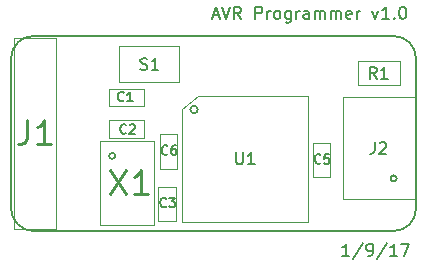
<source format=gbr>
%TF.GenerationSoftware,KiCad,Pcbnew,4.0.5-e0-6337~49~ubuntu16.04.1*%
%TF.CreationDate,2017-01-09T19:52:44-08:00*%
%TF.ProjectId,avr-programmer,6176722D70726F6772616D6D65722E6B,v1.0*%
%TF.FileFunction,Other,Fab,Top*%
%FSLAX46Y46*%
G04 Gerber Fmt 4.6, Leading zero omitted, Abs format (unit mm)*
G04 Created by KiCad (PCBNEW 4.0.5-e0-6337~49~ubuntu16.04.1) date Mon Jan  9 19:52:44 2017*
%MOMM*%
%LPD*%
G01*
G04 APERTURE LIST*
%ADD10C,0.350000*%
%ADD11C,0.152400*%
%ADD12C,0.050000*%
%ADD13C,0.200000*%
%ADD14C,0.045720*%
%ADD15C,0.150000*%
%ADD16C,0.254000*%
G04 APERTURE END LIST*
D10*
D11*
X129600476Y-94185619D02*
X129019905Y-94185619D01*
X129310191Y-94185619D02*
X129310191Y-93169619D01*
X129213429Y-93314762D01*
X129116667Y-93411524D01*
X129019905Y-93459905D01*
X130761619Y-93121238D02*
X129890762Y-94427524D01*
X131148667Y-94185619D02*
X131342191Y-94185619D01*
X131438952Y-94137238D01*
X131487333Y-94088857D01*
X131584095Y-93943714D01*
X131632476Y-93750190D01*
X131632476Y-93363143D01*
X131584095Y-93266381D01*
X131535714Y-93218000D01*
X131438952Y-93169619D01*
X131245429Y-93169619D01*
X131148667Y-93218000D01*
X131100286Y-93266381D01*
X131051905Y-93363143D01*
X131051905Y-93605048D01*
X131100286Y-93701810D01*
X131148667Y-93750190D01*
X131245429Y-93798571D01*
X131438952Y-93798571D01*
X131535714Y-93750190D01*
X131584095Y-93701810D01*
X131632476Y-93605048D01*
X132793619Y-93121238D02*
X131922762Y-94427524D01*
X133664476Y-94185619D02*
X133083905Y-94185619D01*
X133374191Y-94185619D02*
X133374191Y-93169619D01*
X133277429Y-93314762D01*
X133180667Y-93411524D01*
X133083905Y-93459905D01*
X134003143Y-93169619D02*
X134680476Y-93169619D01*
X134245048Y-94185619D01*
X118061620Y-73829333D02*
X118545429Y-73829333D01*
X117964858Y-74119619D02*
X118303525Y-73103619D01*
X118642191Y-74119619D01*
X118835715Y-73103619D02*
X119174382Y-74119619D01*
X119513048Y-73103619D01*
X120432286Y-74119619D02*
X120093620Y-73635810D01*
X119851715Y-74119619D02*
X119851715Y-73103619D01*
X120238762Y-73103619D01*
X120335524Y-73152000D01*
X120383905Y-73200381D01*
X120432286Y-73297143D01*
X120432286Y-73442286D01*
X120383905Y-73539048D01*
X120335524Y-73587429D01*
X120238762Y-73635810D01*
X119851715Y-73635810D01*
X121641810Y-74119619D02*
X121641810Y-73103619D01*
X122028857Y-73103619D01*
X122125619Y-73152000D01*
X122174000Y-73200381D01*
X122222381Y-73297143D01*
X122222381Y-73442286D01*
X122174000Y-73539048D01*
X122125619Y-73587429D01*
X122028857Y-73635810D01*
X121641810Y-73635810D01*
X122657810Y-74119619D02*
X122657810Y-73442286D01*
X122657810Y-73635810D02*
X122706191Y-73539048D01*
X122754572Y-73490667D01*
X122851334Y-73442286D01*
X122948095Y-73442286D01*
X123431905Y-74119619D02*
X123335143Y-74071238D01*
X123286762Y-74022857D01*
X123238381Y-73926095D01*
X123238381Y-73635810D01*
X123286762Y-73539048D01*
X123335143Y-73490667D01*
X123431905Y-73442286D01*
X123577047Y-73442286D01*
X123673809Y-73490667D01*
X123722190Y-73539048D01*
X123770571Y-73635810D01*
X123770571Y-73926095D01*
X123722190Y-74022857D01*
X123673809Y-74071238D01*
X123577047Y-74119619D01*
X123431905Y-74119619D01*
X124641428Y-73442286D02*
X124641428Y-74264762D01*
X124593047Y-74361524D01*
X124544666Y-74409905D01*
X124447905Y-74458286D01*
X124302762Y-74458286D01*
X124206000Y-74409905D01*
X124641428Y-74071238D02*
X124544666Y-74119619D01*
X124351143Y-74119619D01*
X124254381Y-74071238D01*
X124206000Y-74022857D01*
X124157619Y-73926095D01*
X124157619Y-73635810D01*
X124206000Y-73539048D01*
X124254381Y-73490667D01*
X124351143Y-73442286D01*
X124544666Y-73442286D01*
X124641428Y-73490667D01*
X125125238Y-74119619D02*
X125125238Y-73442286D01*
X125125238Y-73635810D02*
X125173619Y-73539048D01*
X125222000Y-73490667D01*
X125318762Y-73442286D01*
X125415523Y-73442286D01*
X126189618Y-74119619D02*
X126189618Y-73587429D01*
X126141237Y-73490667D01*
X126044475Y-73442286D01*
X125850952Y-73442286D01*
X125754190Y-73490667D01*
X126189618Y-74071238D02*
X126092856Y-74119619D01*
X125850952Y-74119619D01*
X125754190Y-74071238D01*
X125705809Y-73974476D01*
X125705809Y-73877714D01*
X125754190Y-73780952D01*
X125850952Y-73732571D01*
X126092856Y-73732571D01*
X126189618Y-73684190D01*
X126673428Y-74119619D02*
X126673428Y-73442286D01*
X126673428Y-73539048D02*
X126721809Y-73490667D01*
X126818571Y-73442286D01*
X126963713Y-73442286D01*
X127060475Y-73490667D01*
X127108856Y-73587429D01*
X127108856Y-74119619D01*
X127108856Y-73587429D02*
X127157237Y-73490667D01*
X127253999Y-73442286D01*
X127399142Y-73442286D01*
X127495904Y-73490667D01*
X127544285Y-73587429D01*
X127544285Y-74119619D01*
X128028095Y-74119619D02*
X128028095Y-73442286D01*
X128028095Y-73539048D02*
X128076476Y-73490667D01*
X128173238Y-73442286D01*
X128318380Y-73442286D01*
X128415142Y-73490667D01*
X128463523Y-73587429D01*
X128463523Y-74119619D01*
X128463523Y-73587429D02*
X128511904Y-73490667D01*
X128608666Y-73442286D01*
X128753809Y-73442286D01*
X128850571Y-73490667D01*
X128898952Y-73587429D01*
X128898952Y-74119619D01*
X129769809Y-74071238D02*
X129673047Y-74119619D01*
X129479524Y-74119619D01*
X129382762Y-74071238D01*
X129334381Y-73974476D01*
X129334381Y-73587429D01*
X129382762Y-73490667D01*
X129479524Y-73442286D01*
X129673047Y-73442286D01*
X129769809Y-73490667D01*
X129818190Y-73587429D01*
X129818190Y-73684190D01*
X129334381Y-73780952D01*
X130253619Y-74119619D02*
X130253619Y-73442286D01*
X130253619Y-73635810D02*
X130302000Y-73539048D01*
X130350381Y-73490667D01*
X130447143Y-73442286D01*
X130543904Y-73442286D01*
X131559904Y-73442286D02*
X131801809Y-74119619D01*
X132043713Y-73442286D01*
X132962951Y-74119619D02*
X132382380Y-74119619D01*
X132672666Y-74119619D02*
X132672666Y-73103619D01*
X132575904Y-73248762D01*
X132479142Y-73345524D01*
X132382380Y-73393905D01*
X133398380Y-74022857D02*
X133446761Y-74071238D01*
X133398380Y-74119619D01*
X133349999Y-74071238D01*
X133398380Y-74022857D01*
X133398380Y-74119619D01*
X134075714Y-73103619D02*
X134172475Y-73103619D01*
X134269237Y-73152000D01*
X134317618Y-73200381D01*
X134365999Y-73297143D01*
X134414380Y-73490667D01*
X134414380Y-73732571D01*
X134365999Y-73926095D01*
X134317618Y-74022857D01*
X134269237Y-74071238D01*
X134172475Y-74119619D01*
X134075714Y-74119619D01*
X133978952Y-74071238D01*
X133930571Y-74022857D01*
X133882190Y-73926095D01*
X133833809Y-73732571D01*
X133833809Y-73490667D01*
X133882190Y-73297143D01*
X133930571Y-73200381D01*
X133978952Y-73152000D01*
X134075714Y-73103619D01*
X129540000Y-92075000D02*
X102870000Y-92075000D01*
X133350000Y-92075000D02*
X129540000Y-92075000D01*
X135255000Y-77470000D02*
X135255000Y-90170000D01*
X133350000Y-75565000D02*
X102870000Y-75565000D01*
X100965000Y-77470000D02*
X100965000Y-90170000D01*
X100965000Y-90170000D02*
G75*
G03X102870000Y-92075000I1905000J0D01*
G01*
X102870000Y-75565000D02*
G75*
G03X100965000Y-77470000I0J-1905000D01*
G01*
X133350000Y-92075000D02*
G75*
G03X135255000Y-90170000I0J1905000D01*
G01*
X135255000Y-77470000D02*
G75*
G03X133350000Y-75565000I-1905000J0D01*
G01*
D12*
X110138000Y-76454000D02*
X115218000Y-76454000D01*
X110138000Y-79502000D02*
X110138000Y-76454000D01*
X115218000Y-79502000D02*
X110138000Y-79502000D01*
X115218000Y-76454000D02*
X115218000Y-79502000D01*
X112182000Y-81522000D02*
X109282000Y-81522000D01*
X112182000Y-81522000D02*
X112182000Y-80022000D01*
X109282000Y-81522000D02*
X109282000Y-80022000D01*
X112182000Y-80022000D02*
X109282000Y-80022000D01*
X109294000Y-82689000D02*
X112194000Y-82689000D01*
X109294000Y-82689000D02*
X109294000Y-84189000D01*
X112194000Y-82689000D02*
X112194000Y-84189000D01*
X109294000Y-84189000D02*
X112194000Y-84189000D01*
X113423000Y-91251000D02*
X113423000Y-88351000D01*
X113423000Y-91251000D02*
X114923000Y-91251000D01*
X113423000Y-88351000D02*
X114923000Y-88351000D01*
X114923000Y-91251000D02*
X114923000Y-88351000D01*
X126504000Y-87544000D02*
X126504000Y-84644000D01*
X126504000Y-87544000D02*
X128004000Y-87544000D01*
X126504000Y-84644000D02*
X128004000Y-84644000D01*
X128004000Y-87544000D02*
X128004000Y-84644000D01*
X113550000Y-86806000D02*
X113550000Y-83906000D01*
X113550000Y-86806000D02*
X115050000Y-86806000D01*
X113550000Y-83906000D02*
X115050000Y-83906000D01*
X115050000Y-86806000D02*
X115050000Y-83906000D01*
X101247000Y-75720000D02*
X101247000Y-91920000D01*
X101237000Y-75730000D02*
X104737000Y-75730000D01*
X104727000Y-75710000D02*
X104727000Y-91910000D01*
X101227000Y-91900000D02*
X104727000Y-91900000D01*
X129032000Y-80772000D02*
X129032000Y-89408000D01*
X135128000Y-80772000D02*
X129032000Y-80772000D01*
X135128000Y-89408000D02*
X135128000Y-80772000D01*
X129032000Y-89408000D02*
X135128000Y-89408000D01*
D13*
X133604000Y-87630000D02*
G75*
G03X133604000Y-87630000I-254000J0D01*
G01*
D12*
X133858000Y-79756000D02*
X133858000Y-77724000D01*
X130302000Y-79756000D02*
X133858000Y-79756000D01*
X130302000Y-77724000D02*
X130302000Y-79756000D01*
X133858000Y-77724000D02*
X130302000Y-77724000D01*
X113080800Y-84455000D02*
X113080800Y-91567000D01*
X108508800Y-84455000D02*
X113080800Y-84455000D01*
X108508800Y-91567000D02*
X108508800Y-84455000D01*
X113080800Y-91567000D02*
X108508800Y-91567000D01*
D13*
X109778800Y-85725000D02*
G75*
G03X109778800Y-85725000I-254000J0D01*
G01*
D14*
X115443000Y-81724500D02*
X116776500Y-80645000D01*
D11*
X116776500Y-81788000D02*
G75*
G03X116776500Y-81788000I-317500J0D01*
G01*
D12*
X126111000Y-91313000D02*
X126111000Y-80645000D01*
X115443000Y-91313000D02*
X126111000Y-91313000D01*
X115443000Y-81724500D02*
X115443000Y-91313000D01*
X126111000Y-80645000D02*
X116776500Y-80645000D01*
D15*
X111916095Y-78382762D02*
X112058952Y-78430381D01*
X112297048Y-78430381D01*
X112392286Y-78382762D01*
X112439905Y-78335143D01*
X112487524Y-78239905D01*
X112487524Y-78144667D01*
X112439905Y-78049429D01*
X112392286Y-78001810D01*
X112297048Y-77954190D01*
X112106571Y-77906571D01*
X112011333Y-77858952D01*
X111963714Y-77811333D01*
X111916095Y-77716095D01*
X111916095Y-77620857D01*
X111963714Y-77525619D01*
X112011333Y-77478000D01*
X112106571Y-77430381D01*
X112344667Y-77430381D01*
X112487524Y-77478000D01*
X113439905Y-78430381D02*
X112868476Y-78430381D01*
X113154190Y-78430381D02*
X113154190Y-77430381D01*
X113058952Y-77573238D01*
X112963714Y-77668476D01*
X112868476Y-77716095D01*
X110508667Y-81017714D02*
X110470572Y-81055810D01*
X110356286Y-81093905D01*
X110280096Y-81093905D01*
X110165810Y-81055810D01*
X110089619Y-80979619D01*
X110051524Y-80903429D01*
X110013429Y-80751048D01*
X110013429Y-80636762D01*
X110051524Y-80484381D01*
X110089619Y-80408190D01*
X110165810Y-80332000D01*
X110280096Y-80293905D01*
X110356286Y-80293905D01*
X110470572Y-80332000D01*
X110508667Y-80370095D01*
X111270572Y-81093905D02*
X110813429Y-81093905D01*
X111042000Y-81093905D02*
X111042000Y-80293905D01*
X110965810Y-80408190D01*
X110889619Y-80484381D01*
X110813429Y-80522476D01*
X110700667Y-83764714D02*
X110662572Y-83802810D01*
X110548286Y-83840905D01*
X110472096Y-83840905D01*
X110357810Y-83802810D01*
X110281619Y-83726619D01*
X110243524Y-83650429D01*
X110205429Y-83498048D01*
X110205429Y-83383762D01*
X110243524Y-83231381D01*
X110281619Y-83155190D01*
X110357810Y-83079000D01*
X110472096Y-83040905D01*
X110548286Y-83040905D01*
X110662572Y-83079000D01*
X110700667Y-83117095D01*
X111005429Y-83117095D02*
X111043524Y-83079000D01*
X111119715Y-83040905D01*
X111310191Y-83040905D01*
X111386381Y-83079000D01*
X111424477Y-83117095D01*
X111462572Y-83193286D01*
X111462572Y-83269476D01*
X111424477Y-83383762D01*
X110967334Y-83840905D01*
X111462572Y-83840905D01*
X114079667Y-89996714D02*
X114041572Y-90034810D01*
X113927286Y-90072905D01*
X113851096Y-90072905D01*
X113736810Y-90034810D01*
X113660619Y-89958619D01*
X113622524Y-89882429D01*
X113584429Y-89730048D01*
X113584429Y-89615762D01*
X113622524Y-89463381D01*
X113660619Y-89387190D01*
X113736810Y-89311000D01*
X113851096Y-89272905D01*
X113927286Y-89272905D01*
X114041572Y-89311000D01*
X114079667Y-89349095D01*
X114346334Y-89272905D02*
X114841572Y-89272905D01*
X114574905Y-89577667D01*
X114689191Y-89577667D01*
X114765381Y-89615762D01*
X114803477Y-89653857D01*
X114841572Y-89730048D01*
X114841572Y-89920524D01*
X114803477Y-89996714D01*
X114765381Y-90034810D01*
X114689191Y-90072905D01*
X114460619Y-90072905D01*
X114384429Y-90034810D01*
X114346334Y-89996714D01*
X127160667Y-86289714D02*
X127122572Y-86327810D01*
X127008286Y-86365905D01*
X126932096Y-86365905D01*
X126817810Y-86327810D01*
X126741619Y-86251619D01*
X126703524Y-86175429D01*
X126665429Y-86023048D01*
X126665429Y-85908762D01*
X126703524Y-85756381D01*
X126741619Y-85680190D01*
X126817810Y-85604000D01*
X126932096Y-85565905D01*
X127008286Y-85565905D01*
X127122572Y-85604000D01*
X127160667Y-85642095D01*
X127884477Y-85565905D02*
X127503524Y-85565905D01*
X127465429Y-85946857D01*
X127503524Y-85908762D01*
X127579715Y-85870667D01*
X127770191Y-85870667D01*
X127846381Y-85908762D01*
X127884477Y-85946857D01*
X127922572Y-86023048D01*
X127922572Y-86213524D01*
X127884477Y-86289714D01*
X127846381Y-86327810D01*
X127770191Y-86365905D01*
X127579715Y-86365905D01*
X127503524Y-86327810D01*
X127465429Y-86289714D01*
X114206667Y-85551714D02*
X114168572Y-85589810D01*
X114054286Y-85627905D01*
X113978096Y-85627905D01*
X113863810Y-85589810D01*
X113787619Y-85513619D01*
X113749524Y-85437429D01*
X113711429Y-85285048D01*
X113711429Y-85170762D01*
X113749524Y-85018381D01*
X113787619Y-84942190D01*
X113863810Y-84866000D01*
X113978096Y-84827905D01*
X114054286Y-84827905D01*
X114168572Y-84866000D01*
X114206667Y-84904095D01*
X114892381Y-84827905D02*
X114740000Y-84827905D01*
X114663810Y-84866000D01*
X114625715Y-84904095D01*
X114549524Y-85018381D01*
X114511429Y-85170762D01*
X114511429Y-85475524D01*
X114549524Y-85551714D01*
X114587619Y-85589810D01*
X114663810Y-85627905D01*
X114816191Y-85627905D01*
X114892381Y-85589810D01*
X114930477Y-85551714D01*
X114968572Y-85475524D01*
X114968572Y-85285048D01*
X114930477Y-85208857D01*
X114892381Y-85170762D01*
X114816191Y-85132667D01*
X114663810Y-85132667D01*
X114587619Y-85170762D01*
X114549524Y-85208857D01*
X114511429Y-85285048D01*
D16*
X102309667Y-82707238D02*
X102309667Y-84158667D01*
X102212905Y-84448952D01*
X102019381Y-84642476D01*
X101729096Y-84739238D01*
X101535572Y-84739238D01*
X104341666Y-84739238D02*
X103180524Y-84739238D01*
X103761095Y-84739238D02*
X103761095Y-82707238D01*
X103567571Y-82997524D01*
X103374047Y-83191048D01*
X103180524Y-83287810D01*
D15*
X131746667Y-84542381D02*
X131746667Y-85256667D01*
X131699047Y-85399524D01*
X131603809Y-85494762D01*
X131460952Y-85542381D01*
X131365714Y-85542381D01*
X132175238Y-84637619D02*
X132222857Y-84590000D01*
X132318095Y-84542381D01*
X132556191Y-84542381D01*
X132651429Y-84590000D01*
X132699048Y-84637619D01*
X132746667Y-84732857D01*
X132746667Y-84828095D01*
X132699048Y-84970952D01*
X132127619Y-85542381D01*
X132746667Y-85542381D01*
X131913334Y-79192381D02*
X131580000Y-78716190D01*
X131341905Y-79192381D02*
X131341905Y-78192381D01*
X131722858Y-78192381D01*
X131818096Y-78240000D01*
X131865715Y-78287619D01*
X131913334Y-78382857D01*
X131913334Y-78525714D01*
X131865715Y-78620952D01*
X131818096Y-78668571D01*
X131722858Y-78716190D01*
X131341905Y-78716190D01*
X132865715Y-79192381D02*
X132294286Y-79192381D01*
X132580000Y-79192381D02*
X132580000Y-78192381D01*
X132484762Y-78335238D01*
X132389524Y-78430476D01*
X132294286Y-78478095D01*
D16*
X109353048Y-86898238D02*
X110707714Y-88930238D01*
X110707714Y-86898238D02*
X109353048Y-88930238D01*
X112546190Y-88930238D02*
X111385048Y-88930238D01*
X111965619Y-88930238D02*
X111965619Y-86898238D01*
X111772095Y-87188524D01*
X111578571Y-87382048D01*
X111385048Y-87478810D01*
D15*
X120015095Y-85431381D02*
X120015095Y-86240905D01*
X120062714Y-86336143D01*
X120110333Y-86383762D01*
X120205571Y-86431381D01*
X120396048Y-86431381D01*
X120491286Y-86383762D01*
X120538905Y-86336143D01*
X120586524Y-86240905D01*
X120586524Y-85431381D01*
X121586524Y-86431381D02*
X121015095Y-86431381D01*
X121300809Y-86431381D02*
X121300809Y-85431381D01*
X121205571Y-85574238D01*
X121110333Y-85669476D01*
X121015095Y-85717095D01*
M02*

</source>
